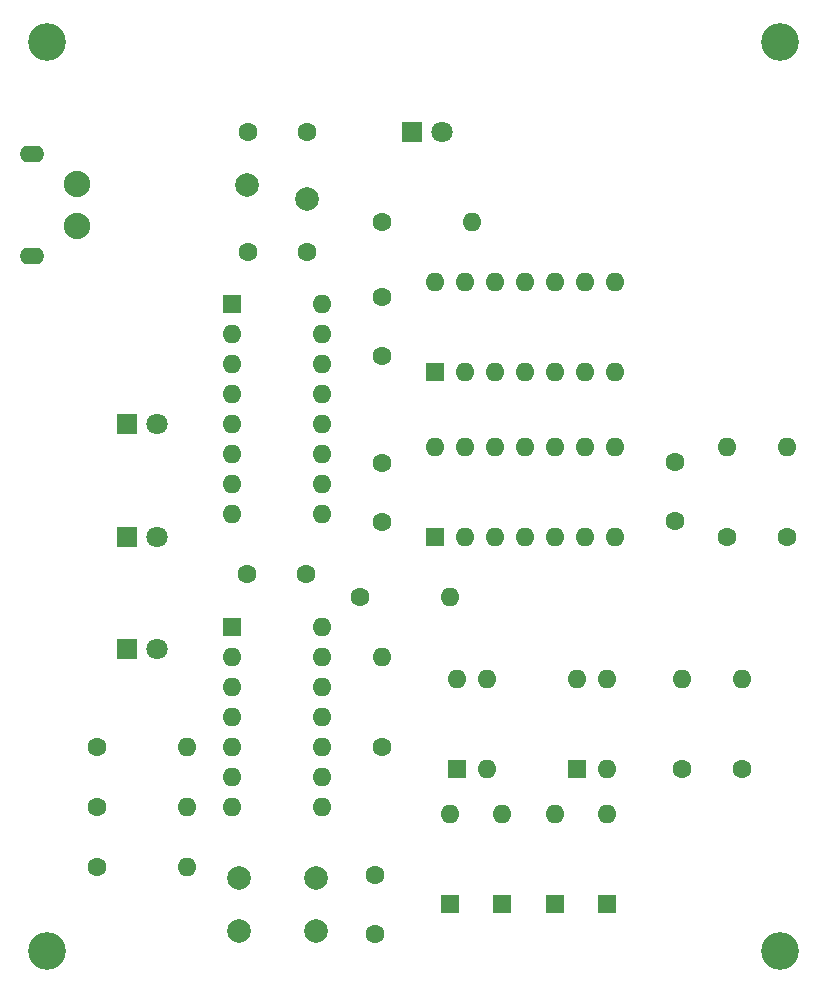
<source format=gts>
G04 #@! TF.GenerationSoftware,KiCad,Pcbnew,7.0.8*
G04 #@! TF.CreationDate,2023-11-13T14:41:24+09:00*
G04 #@! TF.ProjectId,1bit-cpu,31626974-2d63-4707-952e-6b696361645f,rev?*
G04 #@! TF.SameCoordinates,Original*
G04 #@! TF.FileFunction,Soldermask,Top*
G04 #@! TF.FilePolarity,Negative*
%FSLAX46Y46*%
G04 Gerber Fmt 4.6, Leading zero omitted, Abs format (unit mm)*
G04 Created by KiCad (PCBNEW 7.0.8) date 2023-11-13 14:41:24*
%MOMM*%
%LPD*%
G01*
G04 APERTURE LIST*
%ADD10C,2.240000*%
%ADD11O,2.100000X1.400000*%
%ADD12R,1.600000X1.600000*%
%ADD13O,1.600000X1.600000*%
%ADD14R,1.800000X1.800000*%
%ADD15C,1.800000*%
%ADD16C,1.600000*%
%ADD17C,3.200000*%
%ADD18C,2.000000*%
%ADD19C,2.010000*%
G04 APERTURE END LIST*
D10*
G04 #@! TO.C,J1*
X20500000Y-59055000D03*
X20500000Y-62611000D03*
D11*
X16690000Y-56515000D03*
X16690000Y-65151000D03*
G04 #@! TD*
D12*
G04 #@! TO.C,U1*
X50800000Y-88900000D03*
D13*
X53340000Y-88900000D03*
X55880000Y-88900000D03*
X58420000Y-88900000D03*
X60960000Y-88900000D03*
X63500000Y-88900000D03*
X66040000Y-88900000D03*
X66040000Y-81280000D03*
X63500000Y-81280000D03*
X60960000Y-81280000D03*
X58420000Y-81280000D03*
X55880000Y-81280000D03*
X53340000Y-81280000D03*
X50800000Y-81280000D03*
G04 #@! TD*
D14*
G04 #@! TO.C,LED3*
X24760000Y-98425000D03*
D15*
X27300000Y-98425000D03*
G04 #@! TD*
D16*
G04 #@! TO.C,R4*
X75570000Y-88910000D03*
D13*
X75570000Y-81290000D03*
G04 #@! TD*
D16*
G04 #@! TO.C,C7*
X35005000Y-64770000D03*
X40005000Y-64770000D03*
G04 #@! TD*
D17*
G04 #@! TO.C,H2*
X80000000Y-47000000D03*
G04 #@! TD*
D12*
G04 #@! TO.C,D3*
X60960000Y-120015000D03*
D13*
X60960000Y-112395000D03*
G04 #@! TD*
D14*
G04 #@! TO.C,LED4*
X48890000Y-54610000D03*
D15*
X51430000Y-54610000D03*
G04 #@! TD*
D16*
G04 #@! TO.C,C5*
X34925000Y-92075000D03*
X39925000Y-92075000D03*
G04 #@! TD*
G04 #@! TO.C,R3*
X80650000Y-88910000D03*
D13*
X80650000Y-81290000D03*
G04 #@! TD*
D12*
G04 #@! TO.C,D4*
X65405000Y-120015000D03*
D13*
X65405000Y-112395000D03*
G04 #@! TD*
D14*
G04 #@! TO.C,LED1*
X24765000Y-79375000D03*
D15*
X27305000Y-79375000D03*
G04 #@! TD*
D16*
G04 #@! TO.C,R9*
X71755000Y-108585000D03*
D13*
X71755000Y-100965000D03*
G04 #@! TD*
D16*
G04 #@! TO.C,R8*
X22225000Y-116840000D03*
D13*
X29845000Y-116840000D03*
G04 #@! TD*
D12*
G04 #@! TO.C,SW1*
X52700000Y-108542500D03*
D13*
X55240000Y-108542500D03*
X55240000Y-100922500D03*
X52700000Y-100922500D03*
G04 #@! TD*
D17*
G04 #@! TO.C,H1*
X18000000Y-47000000D03*
G04 #@! TD*
D12*
G04 #@! TO.C,U4*
X33665000Y-69205000D03*
D13*
X33665000Y-71745000D03*
X33665000Y-74285000D03*
X33665000Y-76825000D03*
X33665000Y-79365000D03*
X33665000Y-81905000D03*
X33665000Y-84445000D03*
X33665000Y-86985000D03*
X41285000Y-86985000D03*
X41285000Y-84445000D03*
X41285000Y-81905000D03*
X41285000Y-79365000D03*
X41285000Y-76825000D03*
X41285000Y-74285000D03*
X41285000Y-71745000D03*
X41285000Y-69205000D03*
G04 #@! TD*
D12*
G04 #@! TO.C,U2*
X33655000Y-96520000D03*
D13*
X33655000Y-99060000D03*
X33655000Y-101600000D03*
X33655000Y-104140000D03*
X33655000Y-106680000D03*
X33655000Y-109220000D03*
X33655000Y-111760000D03*
X41275000Y-111760000D03*
X41275000Y-109220000D03*
X41275000Y-106680000D03*
X41275000Y-104140000D03*
X41275000Y-101600000D03*
X41275000Y-99060000D03*
X41275000Y-96520000D03*
G04 #@! TD*
D12*
G04 #@! TO.C,SW2*
X62860000Y-108542500D03*
D13*
X65400000Y-108542500D03*
X65400000Y-100922500D03*
X62860000Y-100922500D03*
G04 #@! TD*
D12*
G04 #@! TO.C,D2*
X56515000Y-120015000D03*
D13*
X56515000Y-112395000D03*
G04 #@! TD*
D16*
G04 #@! TO.C,R1*
X46355000Y-106680000D03*
D13*
X46355000Y-99060000D03*
G04 #@! TD*
D14*
G04 #@! TO.C,LED2*
X24760000Y-88900000D03*
D15*
X27300000Y-88900000D03*
G04 #@! TD*
D16*
G04 #@! TO.C,C4*
X46355000Y-87630000D03*
X46355000Y-82630000D03*
G04 #@! TD*
G04 #@! TO.C,R5*
X44450000Y-93980000D03*
D13*
X52070000Y-93980000D03*
G04 #@! TD*
D16*
G04 #@! TO.C,R7*
X22225000Y-111760000D03*
D13*
X29845000Y-111760000D03*
G04 #@! TD*
D18*
G04 #@! TO.C,SW3*
X34215000Y-117765000D03*
X40715000Y-117765000D03*
X34215000Y-122265000D03*
X40715000Y-122265000D03*
G04 #@! TD*
D17*
G04 #@! TO.C,H4*
X18000000Y-124000000D03*
G04 #@! TD*
D12*
G04 #@! TO.C,U3*
X50800000Y-74930000D03*
D13*
X53340000Y-74930000D03*
X55880000Y-74930000D03*
X58420000Y-74930000D03*
X60960000Y-74930000D03*
X63500000Y-74930000D03*
X66040000Y-74930000D03*
X66040000Y-67310000D03*
X63500000Y-67310000D03*
X60960000Y-67310000D03*
X58420000Y-67310000D03*
X55880000Y-67310000D03*
X53340000Y-67310000D03*
X50800000Y-67310000D03*
G04 #@! TD*
D16*
G04 #@! TO.C,C2*
X71125000Y-87600000D03*
X71125000Y-82600000D03*
G04 #@! TD*
G04 #@! TO.C,C1*
X45720000Y-122515000D03*
X45720000Y-117515000D03*
G04 #@! TD*
D19*
G04 #@! TO.C,F1*
X34915000Y-59090000D03*
X40015000Y-60290000D03*
G04 #@! TD*
D16*
G04 #@! TO.C,C3*
X34965000Y-54610000D03*
X39965000Y-54610000D03*
G04 #@! TD*
G04 #@! TO.C,C6*
X46355000Y-73620000D03*
X46355000Y-68620000D03*
G04 #@! TD*
D12*
G04 #@! TO.C,D1*
X52070000Y-120015000D03*
D13*
X52070000Y-112395000D03*
G04 #@! TD*
D16*
G04 #@! TO.C,R10*
X76835000Y-108585000D03*
D13*
X76835000Y-100965000D03*
G04 #@! TD*
D16*
G04 #@! TO.C,R2*
X46350000Y-62230000D03*
D13*
X53970000Y-62230000D03*
G04 #@! TD*
D16*
G04 #@! TO.C,R6*
X22225000Y-106680000D03*
D13*
X29845000Y-106680000D03*
G04 #@! TD*
D17*
G04 #@! TO.C,H3*
X80000000Y-124000000D03*
G04 #@! TD*
M02*

</source>
